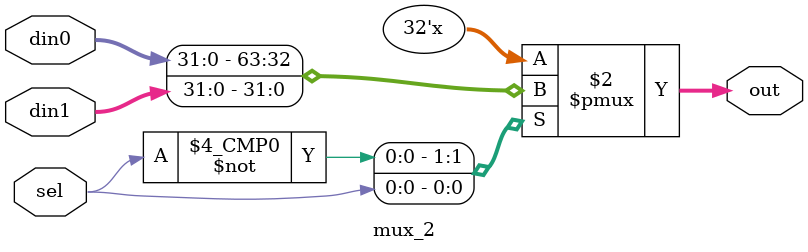
<source format=v>
module mux_2(
    input [31:0] din0,
    input [31:0] din1,
    input sel,
    output reg [31:0] out
    );
    
    always@*
        case(sel)
            1'b0: out=din0;
            1'b1: out=din1;
            default: out=32'bx;
         endcase
endmodule

</source>
